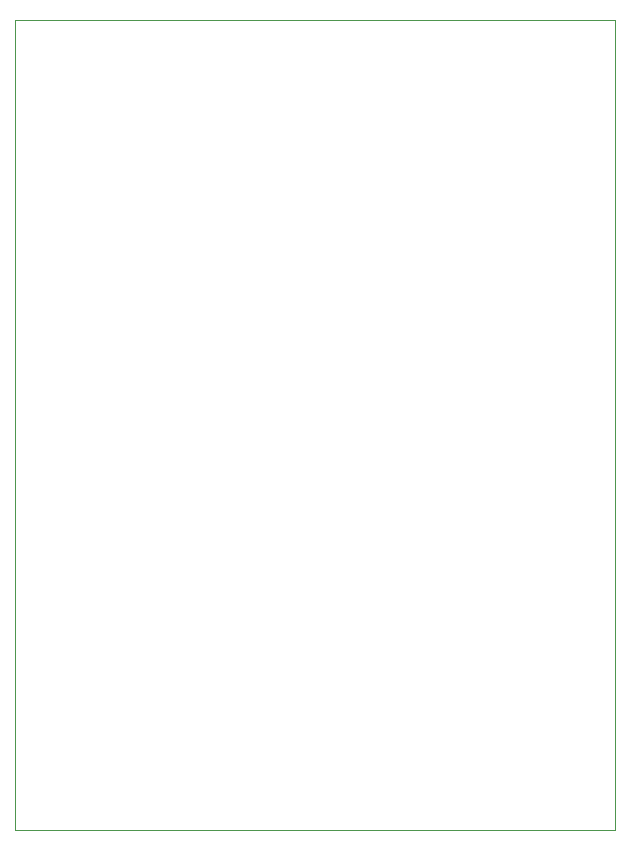
<source format=gm1>
G04 #@! TF.GenerationSoftware,KiCad,Pcbnew,8.0.6*
G04 #@! TF.CreationDate,2025-02-13T00:08:43+01:00*
G04 #@! TF.ProjectId,board_v1,626f6172-645f-4763-912e-6b696361645f,rev?*
G04 #@! TF.SameCoordinates,Original*
G04 #@! TF.FileFunction,Profile,NP*
%FSLAX46Y46*%
G04 Gerber Fmt 4.6, Leading zero omitted, Abs format (unit mm)*
G04 Created by KiCad (PCBNEW 8.0.6) date 2025-02-13 00:08:43*
%MOMM*%
%LPD*%
G01*
G04 APERTURE LIST*
G04 #@! TA.AperFunction,Profile*
%ADD10C,0.050000*%
G04 #@! TD*
G04 APERTURE END LIST*
D10*
X66040000Y-72390000D02*
X116840000Y-72390000D01*
X116840000Y-140970000D01*
X66040000Y-140970000D01*
X66040000Y-72390000D01*
M02*

</source>
